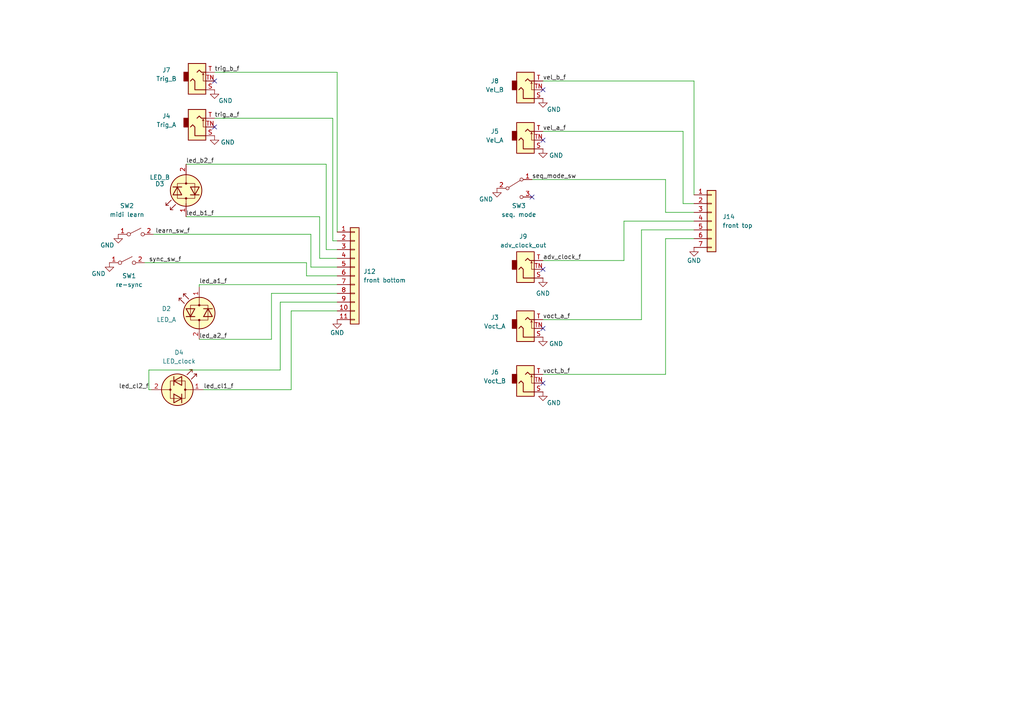
<source format=kicad_sch>
(kicad_sch (version 20231120) (generator "eeschema") (generator_version "8.0")
  (paper "A4")
  (lib_symbols
    (symbol "Connector_Generic:Conn_01x07" (pin_names (offset 1.016) hide)
      (property "Reference" "J" (at 0 10.16 0))
      (property "Value" "Conn_01x07" (at 0 -10.16 0))
      (symbol "Conn_01x07_1_1"
        (rectangle (start -1.27 -7.493) (end 0 -7.747) (stroke (width 0.1524)))
        (rectangle (start -1.27 -4.953) (end 0 -5.207) (stroke (width 0.1524)))
        (rectangle (start -1.27 -2.413) (end 0 -2.667) (stroke (width 0.1524)))
        (rectangle (start -1.27 0.127) (end 0 -0.127) (stroke (width 0.1524)))
        (rectangle (start -1.27 2.667) (end 0 2.413) (stroke (width 0.1524)))
        (rectangle (start -1.27 5.207) (end 0 4.953) (stroke (width 0.1524)))
        (rectangle (start -1.27 7.747) (end 0 7.493) (stroke (width 0.1524)))
        (rectangle (start -1.27 8.89) (end 1.27 -8.89) (stroke (width 0.254)) (fill (type background)))
        (pin passive line (at -5.08 7.62 0) (length 3.81) (name "Pin_1") (number "1"))
        (pin passive line (at -5.08 5.08 0) (length 3.81) (name "Pin_2") (number "2"))
        (pin passive line (at -5.08 2.54 0) (length 3.81) (name "Pin_3") (number "3"))
        (pin passive line (at -5.08 0 0) (length 3.81) (name "Pin_4") (number "4"))
        (pin passive line (at -5.08 -2.54 0) (length 3.81) (name "Pin_5") (number "5"))
        (pin passive line (at -5.08 -5.08 0) (length 3.81) (name "Pin_6") (number "6"))
        (pin passive line (at -5.08 -7.62 0) (length 3.81) (name "Pin_7") (number "7"))
      )
    )
    (symbol "Connector_Generic:Conn_01x11" (pin_names (offset 1.016) hide)
      (property "Reference" "J" (at 0 15.24 0))
      (property "Value" "Conn_01x11" (at 0 -15.24 0))
      (symbol "Conn_01x11_1_1"
        (rectangle (start -1.27 -12.573) (end 0 -12.827) (stroke (width 0.1524)))
        (rectangle (start -1.27 -10.033) (end 0 -10.287) (stroke (width 0.1524)))
        (rectangle (start -1.27 -7.493) (end 0 -7.747) (stroke (width 0.1524)))
        (rectangle (start -1.27 -4.953) (end 0 -5.207) (stroke (width 0.1524)))
        (rectangle (start -1.27 -2.413) (end 0 -2.667) (stroke (width 0.1524)))
        (rectangle (start -1.27 0.127) (end 0 -0.127) (stroke (width 0.1524)))
        (rectangle (start -1.27 2.667) (end 0 2.413) (stroke (width 0.1524)))
        (rectangle (start -1.27 5.207) (end 0 4.953) (stroke (width 0.1524)))
        (rectangle (start -1.27 7.747) (end 0 7.493) (stroke (width 0.1524)))
        (rectangle (start -1.27 10.287) (end 0 10.033) (stroke (width 0.1524)))
        (rectangle (start -1.27 12.827) (end 0 12.573) (stroke (width 0.1524)))
        (rectangle (start -1.27 13.97) (end 1.27 -13.97) (stroke (width 0.254)) (fill (type background)))
        (pin passive line (at -5.08 12.7 0) (length 3.81) (name "Pin_1") (number "1"))
        (pin passive line (at -5.08 -10.16 0) (length 3.81) (name "Pin_10") (number "10"))
        (pin passive line (at -5.08 -12.7 0) (length 3.81) (name "Pin_11") (number "11"))
        (pin passive line (at -5.08 10.16 0) (length 3.81) (name "Pin_2") (number "2"))
        (pin passive line (at -5.08 7.62 0) (length 3.81) (name "Pin_3") (number "3"))
        (pin passive line (at -5.08 5.08 0) (length 3.81) (name "Pin_4") (number "4"))
        (pin passive line (at -5.08 2.54 0) (length 3.81) (name "Pin_5") (number "5"))
        (pin passive line (at -5.08 0 0) (length 3.81) (name "Pin_6") (number "6"))
        (pin passive line (at -5.08 -2.54 0) (length 3.81) (name "Pin_7") (number "7"))
        (pin passive line (at -5.08 -5.08 0) (length 3.81) (name "Pin_8") (number "8"))
        (pin passive line (at -5.08 -7.62 0) (length 3.81) (name "Pin_9") (number "9"))
      )
    )
    (symbol "Device:LED_Dual_Bidirectional" (pin_names (offset 0) hide)
      (property "Reference" "D" (at 0 5.715 0))
      (property "Value" "LED_Dual_Bidirectional" (at 0 -6.35 0))
      (symbol "LED_Dual_Bidirectional_0_1"
        (circle (center -2.032 0) (radius 0.254) (fill (type outline)))
        (polyline (pts (xy -4.572 0) (xy -2.54 0)))
        (polyline (pts (xy -2.032 0) (xy -2.54 0)))
        (polyline (pts (xy -1.016 3.81) (xy -1.016 1.27)) (stroke (width 0.254)))
        (polyline (pts (xy 1.27 -1.27) (xy 1.27 -3.81)) (stroke (width 0.254)))
        (polyline (pts (xy 4.064 0) (xy 2.286 0)) (fill (type outline)))
        (polyline (pts (xy 4.318 5.842) (xy 4.318 5.08)) (stroke (width 0.2032)))
        (polyline (pts (xy 5.588 4.572) (xy 5.588 3.81)) (stroke (width 0.2032)))
        (polyline (pts (xy 2.794 4.318) (xy 4.318 5.842) (xy 3.556 5.842)) (stroke (width 0.2032)))
        (polyline (pts (xy 4.064 3.048) (xy 5.588 4.572) (xy 4.826 4.572)) (stroke (width 0.2032)))
        (polyline (pts (xy -1.016 -1.27) (xy -1.016 -3.81) (xy 1.27 -2.54) (xy -1.016 -1.27)) (stroke (width 0.254)))
        (polyline (pts (xy 1.27 3.81) (xy 1.27 1.27) (xy -1.016 2.54) (xy 1.27 3.81)) (stroke (width 0.254)))
        (polyline (pts (xy 2.286 2.54) (xy -2.032 2.54) (xy -2.032 -2.54) (xy 2.286 -2.54) (xy 2.286 2.54)))
        (circle (center 0 0) (radius 4.572) (stroke (width 0.254)) (fill (type background)))
        (circle (center 2.286 0) (radius 0.254) (fill (type outline)))
      )
      (symbol "LED_Dual_Bidirectional_1_1"
        (pin input line (at 7.62 0 180) (length 3.81) (name "KA") (number "1"))
        (pin input line (at -7.62 0 0) (length 3.048) (name "AK") (number "2"))
      )
    )
    (symbol "Switch:SW_SPST" (pin_names (offset 0) hide)
      (property "Reference" "SW" (at 0 3.175 0))
      (property "Value" "SW_SPST" (at 0 -2.54 0))
      (symbol "SW_SPST_0_0"
        (circle (center -2.032 0) (radius 0.508))
        (polyline (pts (xy -1.524 0.254) (xy 1.524 1.778)))
        (circle (center 2.032 0) (radius 0.508))
      )
      (symbol "SW_SPST_1_1"
        (pin passive line (at -5.08 0 0) (length 2.54) (name "A") (number "1"))
        (pin passive line (at 5.08 0 180) (length 2.54) (name "B") (number "2"))
      )
    )
    (symbol "WeirdVibes_Eurorack:AudioJack_Switch"
      (property "Reference" "J" (at 0 8.89 0))
      (property "Value" "AudioJack_Switch" (at 0 6.35 0))
      (symbol "AudioJack_Switch_0_1"
        (rectangle (start -2.54 0) (end -3.81 -2.54) (stroke (width 0.254)) (fill (type outline)))
        (rectangle (start -2.54 2.54) (end 2.54 -6.35) (stroke (width 0.254)) (fill (type background)))
        (polyline (pts (xy 1.778 -0.254) (xy 2.032 -0.762)))
        (polyline (pts (xy 0 0) (xy 0.635 0.635) (xy 1.27 0) (xy 2.54 0)) (stroke (width 0.254)))
        (polyline (pts (xy 2.54 -2.54) (xy 1.778 -2.54) (xy 1.778 -0.254) (xy 1.524 -0.762)))
        (polyline (pts (xy 2.54 -5.08) (xy -0.635 -5.08) (xy -0.635 -2.54) (xy -1.27 -1.905) (xy -1.905 -2.54)) (stroke (width 0.254)))
      )
      (symbol "AudioJack_Switch_1_1"
        (pin passive line (at 5.08 -5.08 180) (length 2.54) (name "~") (number "S"))
        (pin passive line (at 5.08 0 180) (length 2.54) (name "~") (number "T"))
        (pin passive line (at 5.08 -2.54 180) (length 2.54) (name "~") (number "TN"))
      )
    )
    (symbol "WeirdVibes_Eurorack:SW_SPDT" (pin_names (offset 0) hide)
      (property "Reference" "SW" (at 0 5.08 0))
      (property "Value" "SW_SPDT" (at 0 -5.08 0))
      (symbol "SW_SPDT_0_1"
        (circle (center -2.032 0) (radius 0.4572))
        (polyline (pts (xy -1.651 0.254) (xy 1.651 2.286)))
        (circle (center 2.032 -2.54) (radius 0.4572))
        (circle (center 2.032 2.54) (radius 0.4572))
      )
      (symbol "SW_SPDT_1_1"
        (pin passive line (at 5.08 2.54 180) (length 2.54) (name "A") (number "1"))
        (pin passive line (at -5.08 0 0) (length 2.54) (name "B") (number "2"))
        (pin passive line (at 5.08 -2.54 180) (length 2.54) (name "C") (number "3"))
      )
    )
    (symbol "power:GND" (power) (pin_numbers hide) (pin_names (offset 0) hide)
      (property "Value" "GND" (at 0 -3.81 0))
      (symbol "GND_0_1"
        (polyline (pts (xy 0 0) (xy 0 -1.27) (xy 1.27 -1.27) (xy 0 -2.54) (xy -1.27 -1.27) (xy 0 -1.27)))
      )
      (symbol "GND_1_1"
        (pin power_in line (at 0 0 270) (length 0) (name "~") (number "1"))
      )
    )
  )
  (no_connect (at 157.48 95.25))
  (no_connect (at 62.23 23.495))
  (no_connect (at 157.48 40.64))
  (no_connect (at 157.48 111.125))
  (no_connect (at 154.305 57.15))
  (no_connect (at 157.48 26.035))
  (no_connect (at 62.23 36.83))
  (no_connect (at 157.48 78.105))
  (wire (pts (xy 198.12 38.1) (xy 157.48 38.1)))
  (wire (pts (xy 201.295 66.675) (xy 186.055 66.675)))
  (wire (pts (xy 193.04 52.07) (xy 193.04 61.595)))
  (wire (pts (xy 180.975 64.135) (xy 201.295 64.135)))
  (wire (pts (xy 62.23 34.29) (xy 96.52 34.29)))
  (wire (pts (xy 186.055 66.675) (xy 186.055 92.71)))
  (wire (pts (xy 43.18 113.03) (xy 43.18 107.315)))
  (wire (pts (xy 97.79 20.955) (xy 97.79 67.31)))
  (wire (pts (xy 94.615 72.39) (xy 97.79 72.39)))
  (wire (pts (xy 97.79 87.63) (xy 81.28 87.63)))
  (wire (pts (xy 201.295 59.055) (xy 198.12 59.055)))
  (wire (pts (xy 41.91 76.2) (xy 88.9 76.2)))
  (wire (pts (xy 62.23 20.955) (xy 97.79 20.955)))
  (wire (pts (xy 94.615 47.625) (xy 94.615 72.39)))
  (wire (pts (xy 97.79 85.09) (xy 78.74 85.09)))
  (wire (pts (xy 157.48 75.565) (xy 180.975 75.565)))
  (wire (pts (xy 53.975 62.865) (xy 92.71 62.865)))
  (wire (pts (xy 43.18 113.03) (xy 43.815 113.03)))
  (wire (pts (xy 43.18 107.315) (xy 81.28 107.315)))
  (wire (pts (xy 78.74 85.09) (xy 78.74 98.425)))
  (wire (pts (xy 193.04 61.595) (xy 201.295 61.595)))
  (wire (pts (xy 186.055 92.71) (xy 157.48 92.71)))
  (wire (pts (xy 92.71 74.93) (xy 92.71 62.865)))
  (wire (pts (xy 193.04 69.215) (xy 193.04 108.585)))
  (wire (pts (xy 157.48 23.495) (xy 201.295 23.495)))
  (wire (pts (xy 96.52 69.85) (xy 96.52 34.29)))
  (wire (pts (xy 90.17 77.47) (xy 97.79 77.47)))
  (wire (pts (xy 180.975 64.135) (xy 180.975 75.565)))
  (wire (pts (xy 97.79 74.93) (xy 92.71 74.93)))
  (wire (pts (xy 81.28 87.63) (xy 81.28 107.315)))
  (wire (pts (xy 201.295 23.495) (xy 201.295 56.515)))
  (wire (pts (xy 198.12 59.055) (xy 198.12 38.1)))
  (wire (pts (xy 44.45 67.945) (xy 90.17 67.945)))
  (wire (pts (xy 84.455 90.17) (xy 97.79 90.17)))
  (wire (pts (xy 59.055 113.03) (xy 84.455 113.03)))
  (wire (pts (xy 84.455 113.03) (xy 84.455 90.17)))
  (wire (pts (xy 154.305 52.07) (xy 193.04 52.07)))
  (wire (pts (xy 57.785 82.55) (xy 57.785 83.185)))
  (wire (pts (xy 97.79 69.85) (xy 96.52 69.85)))
  (wire (pts (xy 53.975 47.625) (xy 94.615 47.625)))
  (wire (pts (xy 57.785 82.55) (xy 97.79 82.55)))
  (wire (pts (xy 78.74 98.425) (xy 57.785 98.425)))
  (wire (pts (xy 90.17 67.945) (xy 90.17 77.47)))
  (wire (pts (xy 193.04 108.585) (xy 157.48 108.585)))
  (wire (pts (xy 201.295 69.215) (xy 193.04 69.215)))
  (wire (pts (xy 97.79 80.01) (xy 88.9 80.01)))
  (wire (pts (xy 88.9 80.01) (xy 88.9 76.2)))
  (label "led_cl1_f" (at 59.055 113.03 0))
  (label "led_a2_f" (at 57.785 98.425 0))
  (label "seq_mode_sw" (at 154.305 52.07 0))
  (label "led_a1_f" (at 57.785 82.55 0))
  (label "vel_b_f" (at 157.48 23.495 0))
  (label "voct_a_f" (at 157.48 92.71 0))
  (label "voct_b_f" (at 157.48 108.585 0))
  (label "learn_sw_f" (at 45.085 67.945 0))
  (label "led_cl2_f" (at 43.18 113.03 180))
  (label "led_b2_f" (at 53.975 47.625 0))
  (label "trig_a_f" (at 62.23 34.29 0))
  (label "sync_sw_f" (at 43.18 76.2 0))
  (label "vel_a_f" (at 157.48 38.1 0))
  (label "led_b1_f" (at 53.975 62.865 0))
  (label "adv_clock_f" (at 157.48 75.565 0))
  (label "trig_b_f" (at 62.23 20.955 0))
  (symbol (lib_id "power:GND") (at 144.145 54.61 0) (unit 1)
    (property "Reference" "#PWR013" (effects (hide yes)))
    (property "Value" "GND" (at 140.97 57.785 0))
    (property "Description" "Power symbol creates a global label with name \"GND\" , ground" (effects (hide yes)))
  )
  (symbol (lib_id "power:GND") (at 157.48 43.18 0) (unit 1)
    (property "Reference" "#PWR021" (effects (hide yes)))
    (property "Value" "GND" (at 161.29 45.085 0))
    (property "Description" "Power symbol creates a global label with name \"GND\" , ground" (effects (hide yes)))
  )
  (symbol (lib_id "power:GND") (at 31.75 76.2 0) (unit 1)
    (property "Reference" "#PWR026" (effects (hide yes)))
    (property "Value" "GND" (at 28.575 79.375 0))
    (property "Description" "Power symbol creates a global label with name \"GND\" , ground" (effects (hide yes)))
  )
  (symbol (lib_id "Switch:SW_SPST") (at 39.37 67.945 0) (unit 1)
    (property "Reference" "SW2" (at 36.83 59.69 0))
    (property "Value" "midi learn" (at 36.83 62.23 0))
    (property "Footprint" "Button_Switch_THT:SW_PUSH_6mm_H8mm" (effects (hide yes)))
    (property "Description" "Single Pole Single Throw (SPST) switch" (effects (hide yes)))
  )
  (symbol (lib_id "power:GND") (at 97.79 92.71 0) (unit 1)
    (property "Reference" "#PWR029" (effects (hide yes)))
    (property "Value" "GND" (at 97.79 96.52 0))
    (property "Description" "Power symbol creates a global label with name \"GND\" , ground" (effects (hide yes)))
  )
  (symbol (lib_id "WeirdVibes_Eurorack:AudioJack_Switch") (at 152.4 75.565 0) (unit 1)
    (property "Reference" "J9" (at 151.765 68.58 0))
    (property "Value" "adv_clock_out" (at 151.765 71.12 0))
    (property "Footprint" "WeirdVibes_Eurorack:Thonkiconn" (effects (hide yes)))
  )
  (symbol (lib_id "Device:LED_Dual_Bidirectional") (at 53.975 55.245 90) (mirror x) (unit 1)
    (property "Reference" "D3" (at 46.355 53.34 90))
    (property "Value" "LED_B" (at 46.355 51.435 90))
    (property "Footprint" "LED_THT:LED_D3.0mm_Clear" (effects (hide yes)))
    (property "Description" "Dual LED, bidirectional" (effects (hide yes)))
  )
  (symbol (lib_id "WeirdVibes_Eurorack:AudioJack_Switch") (at 152.4 38.1 0) (unit 1)
    (property "Reference" "J5" (at 143.51 38.1 0))
    (property "Value" "Vel_A" (at 143.51 40.64 0))
    (property "Footprint" "WeirdVibes_Eurorack:Thonkiconn" (effects (hide yes)))
  )
  (symbol (lib_id "WeirdVibes_Eurorack:AudioJack_Switch") (at 152.4 23.495 0) (unit 1)
    (property "Reference" "J8" (at 143.51 23.495 0))
    (property "Value" "Vel_B" (at 143.51 26.035 0))
    (property "Footprint" "WeirdVibes_Eurorack:Thonkiconn" (effects (hide yes)))
  )
  (symbol (lib_id "Switch:SW_SPST") (at 36.83 76.2 0) (unit 1)
    (property "Reference" "SW1" (at 37.465 80.01 0))
    (property "Value" "re-sync" (at 37.465 82.55 0))
    (property "Footprint" "Button_Switch_THT:SW_PUSH_6mm_H8mm" (effects (hide yes)))
    (property "Description" "Single Pole Single Throw (SPST) switch" (effects (hide yes)))
  )
  (symbol (lib_id "WeirdVibes_Eurorack:AudioJack_Switch") (at 152.4 92.71 0) (unit 1)
    (property "Reference" "J3" (at 143.51 92.075 0))
    (property "Value" "Voct_A" (at 143.51 94.615 0))
    (property "Footprint" "WeirdVibes_Eurorack:Thonkiconn" (effects (hide yes)))
  )
  (symbol (lib_id "Connector_Generic:Conn_01x07") (at 206.375 64.135 0) (unit 1)
    (property "Reference" "J14" (at 209.55 62.8649 0) (effects (justify left)))
    (property "Value" "front top" (at 209.55 65.4049 0) (effects (justify left)))
    (property "Footprint" "Connector_PinSocket_2.54mm:PinSocket_1x07_P2.54mm_Vertical" (effects (hide yes)))
    (property "Description" "Generic connector, single row, 01x07, script generated (kicad-library-utils/schlib/autogen/connector/)" (effects (hide yes)))
  )
  (symbol (lib_id "WeirdVibes_Eurorack:AudioJack_Switch") (at 57.15 34.29 0) (unit 1)
    (property "Reference" "J4" (at 48.26 33.655 0))
    (property "Value" "Trig_A" (at 48.26 36.195 0))
    (property "Footprint" "WeirdVibes_Eurorack:Thonkiconn" (effects (hide yes)))
  )
  (symbol (lib_id "WeirdVibes_Eurorack:SW_SPDT") (at 149.225 54.61 0) (unit 1)
    (property "Reference" "SW3" (at 150.495 59.69 0))
    (property "Value" "seq. mode" (at 150.495 62.23 0))
    (property "Footprint" "WeirdVibes_Eurorack:submini" (effects (hide yes)))
    (property "Description" "Switch, single pole double throw" (effects (hide yes)))
  )
  (symbol (lib_id "WeirdVibes_Eurorack:AudioJack_Switch") (at 152.4 108.585 0) (unit 1)
    (property "Reference" "J6" (at 143.51 107.95 0))
    (property "Value" "Voct_B" (at 143.51 110.49 0))
    (property "Footprint" "WeirdVibes_Eurorack:Thonkiconn" (effects (hide yes)))
  )
  (symbol (lib_id "power:GND") (at 62.23 39.37 0) (unit 1)
    (property "Reference" "#PWR020" (effects (hide yes)))
    (property "Value" "GND" (at 66.04 41.275 0))
    (property "Description" "Power symbol creates a global label with name \"GND\" , ground" (effects (hide yes)))
  )
  (symbol (lib_id "power:GND") (at 34.29 67.945 0) (unit 1)
    (property "Reference" "#PWR027" (effects (hide yes)))
    (property "Value" "GND" (at 31.115 71.12 0))
    (property "Description" "Power symbol creates a global label with name \"GND\" , ground" (effects (hide yes)))
  )
  (symbol (lib_id "power:GND") (at 62.23 26.035 0) (unit 1)
    (property "Reference" "#PWR023" (effects (hide yes)))
    (property "Value" "GND" (at 65.405 29.21 0))
    (property "Description" "Power symbol creates a global label with name \"GND\" , ground" (effects (hide yes)))
  )
  (symbol (lib_id "power:GND") (at 157.48 97.79 0) (unit 1)
    (property "Reference" "#PWR019" (effects (hide yes)))
    (property "Value" "GND" (at 161.29 99.695 0))
    (property "Description" "Power symbol creates a global label with name \"GND\" , ground" (effects (hide yes)))
  )
  (symbol (lib_id "power:GND") (at 201.295 71.755 0) (unit 1)
    (property "Reference" "#PWR030" (effects (hide yes)))
    (property "Value" "GND" (at 201.295 75.565 0))
    (property "Description" "Power symbol creates a global label with name \"GND\" , ground" (effects (hide yes)))
  )
  (symbol (lib_id "power:GND") (at 157.48 113.665 0) (unit 1)
    (property "Reference" "#PWR022" (effects (hide yes)))
    (property "Value" "GND" (at 160.655 116.84 0))
    (property "Description" "Power symbol creates a global label with name \"GND\" , ground" (effects (hide yes)))
  )
  (symbol (lib_id "Device:LED_Dual_Bidirectional") (at 51.435 113.03 0) (unit 1)
    (property "Reference" "D4" (at 51.9303 102.235 0))
    (property "Value" "LED_clock" (at 51.9303 104.775 0))
    (property "Footprint" "LED_THT:LED_D3.0mm_Clear" (effects (hide yes)))
    (property "Description" "Dual LED, bidirectional" (effects (hide yes)))
  )
  (symbol (lib_id "Device:LED_Dual_Bidirectional") (at 57.785 90.805 90) (unit 1)
    (property "Reference" "D2" (at 48.26 89.535 90))
    (property "Value" "LED_A" (at 48.26 92.71 90))
    (property "Footprint" "LED_THT:LED_D3.0mm_Clear" (effects (hide yes)))
    (property "Description" "Dual LED, bidirectional" (effects (hide yes)))
  )
  (symbol (lib_id "WeirdVibes_Eurorack:AudioJack_Switch") (at 57.15 20.955 0) (unit 1)
    (property "Reference" "J7" (at 48.26 20.32 0))
    (property "Value" "Trig_B" (at 48.26 22.86 0))
    (property "Footprint" "WeirdVibes_Eurorack:Thonkiconn" (effects (hide yes)))
  )
  (symbol (lib_id "power:GND") (at 157.48 28.575 0) (unit 1)
    (property "Reference" "#PWR024" (effects (hide yes)))
    (property "Value" "GND" (at 160.655 31.75 0))
    (property "Description" "Power symbol creates a global label with name \"GND\" , ground" (effects (hide yes)))
  )
  (symbol (lib_id "Connector_Generic:Conn_01x11") (at 102.87 80.01 0) (unit 1)
    (property "Reference" "J12" (at 105.41 78.7399 0) (effects (justify left)))
    (property "Value" "front bottom" (at 105.41 81.2799 0) (effects (justify left)))
    (property "Footprint" "Connector_PinSocket_2.54mm:PinSocket_1x11_P2.54mm_Vertical" (effects (hide yes)))
    (property "Description" "Generic connector, single row, 01x11, script generated (kicad-library-utils/schlib/autogen/connector/)" (effects (hide yes)))
  )
  (symbol (lib_id "power:GND") (at 157.48 80.645 0) (unit 1)
    (property "Reference" "#PWR025" (effects (hide yes)))
    (property "Value" "GND" (at 157.48 85.09 0))
    (property "Description" "Power symbol creates a global label with name \"GND\" , ground" (effects (hide yes)))
  )
)
</source>
